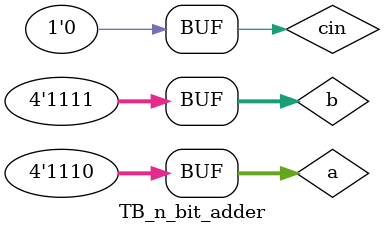
<source format=v>
module TB_n_bit_adder#(parameter N=4) ();

reg [N-1:0]a,b;// declared as inputs // declared as output
reg cin;
wire [N-1:0]sum;
wire cout;

//callling module full adder
n_bit_adder t(.a(a),.b(b),.cin(cin),.cout(cout),.enable(0),.s(sum));

initial
begin 
a[0]=1'b1; b[0]= 1'b1;   a[1]=1'b1; b[1]= 1'b0;   a[2]=1'b0; b[2]= 1'b1;   a[3]=1'b1; b[3]= 1'b1;cin=1'b1;
#100  a[0]=1'b0; b[0]= 1'b0;   a[1]=1'b0; b[1]= 1'b0;   a[2]=1'b1; b[2]= 1'b1;   a[3]=1'b0; b[3]= 1'b1;cin=1'b0;  
#100  a[0]=1'b1; b[0]= 1'b1;   a[1]=1'b1; b[1]= 1'b0;   a[2]=1'b0; b[2]= 1'b1;   a[3]=1'b1; b[3]= 1'b1;cin=1'b1; 
#100  a[0]=1'b0; b[0]= 1'b1;   a[1]=1'b1; b[1]= 1'b1;   a[2]=1'b1; b[2]= 1'b1;   a[3]=1'b1; b[3]= 1'b1;cin=1'b0; 

end
endmodule
</source>
